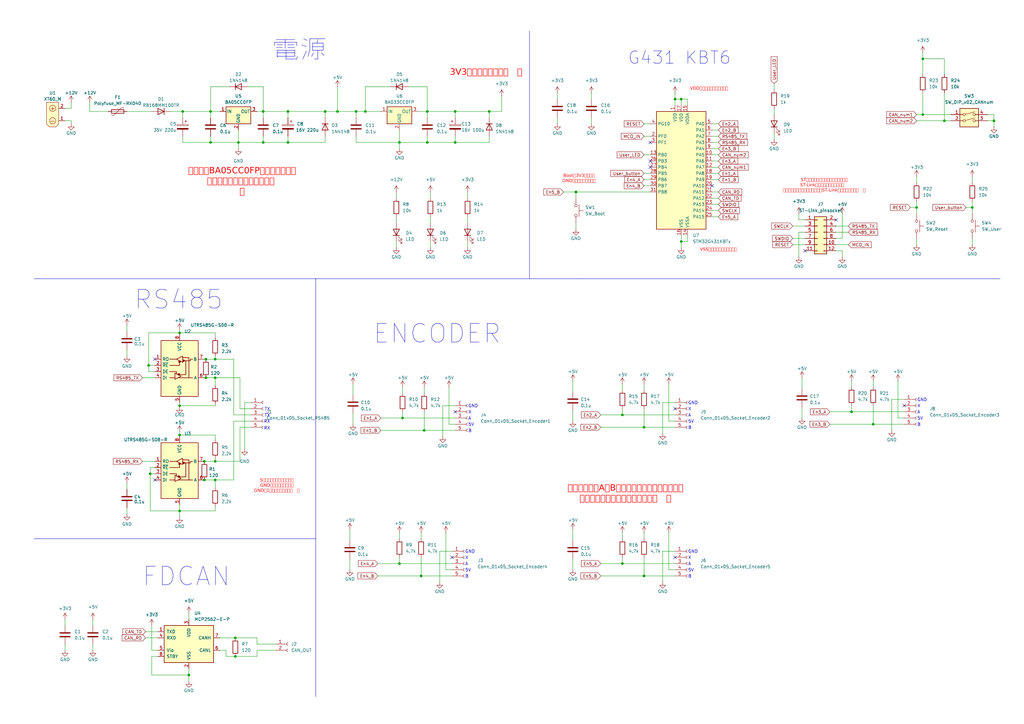
<source format=kicad_sch>
(kicad_sch (version 20250114) (generator "eeschema") (generator_version "9.0")
  (paper "A3")
  (text "X\n" (at 282.194 229.616 0) (effects (font (size 1.27 1.27)) (justify left bottom)))
  (text "5V\n" (at 282.194 234.696 0) (effects (font (size 1.27 1.27)) (justify left bottom)))
  (text "GND\n" (at 192.024 167.386 0) (effects (font (size 1.27 1.27)) (justify left bottom)))
  (text "Bootを3V3接続から\nGND接続に変更しました" (at 237.49 73.66 0) (effects (font (size 1.27 1.27))))
  (text "A\n" (at 282.194 171.196 0) (effects (font (size 1.27 1.27)) (justify left bottom)))
  (text "STのチップマイコンを使用する場合は\nST-Linkコネクタを載せましょう　\nここにピンソケットをつけて線でST-Linkのボードにつなぐ　済" (at 338.074 76.454 0) (effects (font (size 1.27 1.27))))
  (text "5V\n" (at 282.194 173.736 0) (effects (font (size 1.27 1.27)) (justify left bottom)))
  (text "B\n" (at 192.024 177.546 0) (effects (font (size 1.27 1.27)) (justify left bottom)))
  (text "ENCODER" (at 152.908 141.478 0) (effects (font (size 7.62 7.62)) (justify left bottom)))
  (text "電源" (at 111.76 25.4 0) (effects (font (size 7.62 7.62)) (justify left bottom)))
  (text "B\n" (at 282.194 237.236 0) (effects (font (size 1.27 1.27)) (justify left bottom)))
  (text "X\n" (at 190.754 229.616 0) (effects (font (size 1.27 1.27)) (justify left bottom)))
  (text "発熱敵にBA05CC0FPで耐えることが\n判明したので変更しましょう \n済" (at 99.314 75.184 0) (effects (font (size 2.54 2.54))))
  (text "B\n" (at 376.174 175.006 0) (effects (font (size 1.27 1.27)) (justify left bottom)))
  (text "エンコーダのA相B相はプルアップしてください\n抵抗値、電源電圧は合っています　済" (at 256.54 203.2 0) (effects (font (size 2.54 2.54))))
  (text "GND\n" (at 282.194 166.116 0) (effects (font (size 1.27 1.27)) (justify left bottom)))
  (text "GND\n" (at 190.754 227.076 0) (effects (font (size 1.27 1.27)) (justify left bottom)))
  (text "VSSも全てに接続しましょう" (at 294.64 102.87 0) (effects (font (size 1.27 1.27))))
  (text "X\n" (at 282.194 168.656 0) (effects (font (size 1.27 1.27)) (justify left bottom)))
  (text "VDDは全てに接続しましょう" (at 290.83 36.83 0) (effects (font (size 1.27 1.27))))
  (text "TX" (at 108.458 171.196 0) (effects (font (size 1.27 1.27)) (justify left bottom)))
  (text "A\n" (at 282.194 232.156 0) (effects (font (size 1.27 1.27)) (justify left bottom)))
  (text "FDCAN" (at 58.166 241.046 0) (effects (font (size 7.62 7.62)) (justify left bottom)))
  (text "RX" (at 108.204 176.53 0) (effects (font (size 1.27 1.27)) (justify left bottom)))
  (text "5ピンのコネクタに変更して\nGNDを追加してください\nGNDは1ピンとしてください　済" (at 113.538 199.644 0) (effects (font (size 1.27 1.27))))
  (text "5V\n" (at 192.024 175.006 0) (effects (font (size 1.27 1.27)) (justify left bottom)))
  (text "RS485\n" (at 54.864 127.508 0) (effects (font (size 7.62 7.62)) (justify left bottom)))
  (text "A\n" (at 190.754 232.156 0) (effects (font (size 1.27 1.27)) (justify left bottom)))
  (text "TX" (at 108.458 168.656 0) (effects (font (size 1.27 1.27)) (justify left bottom)))
  (text "A\n" (at 192.024 172.466 0) (effects (font (size 1.27 1.27)) (justify left bottom)))
  (text "5V\n" (at 190.754 234.696 0) (effects (font (size 1.27 1.27)) (justify left bottom)))
  (text "5V\n" (at 376.174 172.466 0) (effects (font (size 1.27 1.27)) (justify left bottom)))
  (text "X\n" (at 192.024 169.926 0) (effects (font (size 1.27 1.27)) (justify left bottom)))
  (text "B\n" (at 190.754 237.236 0) (effects (font (size 1.27 1.27)) (justify left bottom)))
  (text "G431 KBT6\n" (at 278.638 23.876 0) (effects (font (size 5.08 5.08))))
  (text "GND\n" (at 282.194 227.076 0) (effects (font (size 1.27 1.27)) (justify left bottom)))
  (text "RX" (at 108.204 173.736 0) (effects (font (size 1.27 1.27)) (justify left bottom)))
  (text "A\n" (at 376.174 169.926 0) (effects (font (size 1.27 1.27)) (justify left bottom)))
  (text "GND\n" (at 376.174 164.846 0) (effects (font (size 1.27 1.27)) (justify left bottom)))
  (text "3V3に統一しましょう　済" (at 199.39 30.48 0) (effects (font (size 2.54 2.54))))
  (text "X\n" (at 376.174 167.386 0) (effects (font (size 1.27 1.27)) (justify left bottom)))
  (text "B\n" (at 282.194 176.276 0) (effects (font (size 1.27 1.27)) (justify left bottom)))
  (junction (at 165.1 171.45))
  (junction (at 73.66 166.37))
  (junction (at 96.52 261.62))
  (junction (at 86.36 45.72))
  (junction (at 97.79 58.42))
  (junction (at 88.265 154.94))
  (junction (at 264.16 236.22))
  (junction (at 175.26 58.42))
  (junction (at 84.455 154.94))
  (junction (at 74.93 45.72))
  (junction (at 73.66 136.525))
  (junction (at 200.66 45.72))
  (junction (at 276.86 40.64))
  (junction (at 175.26 45.72))
  (junction (at 255.27 231.14))
  (junction (at 378.46 24.13))
  (junction (at 186.69 45.72))
  (junction (at 255.27 170.18))
  (junction (at 77.47 276.86))
  (junction (at 279.4 99.06))
  (junction (at 73.66 178.435))
  (junction (at 146.05 45.72))
  (junction (at 378.46 46.99))
  (junction (at 83.82 196.85))
  (junction (at 407.67 49.53))
  (junction (at 138.43 45.72))
  (junction (at 107.95 58.42))
  (junction (at 73.66 209.55))
  (junction (at 186.69 58.42))
  (junction (at 358.14 173.99))
  (junction (at 60.96 149.86))
  (junction (at 61.595 194.31))
  (junction (at 375.92 85.09))
  (junction (at 96.52 269.24))
  (junction (at 173.99 176.53))
  (junction (at 118.11 58.42))
  (junction (at 398.78 85.09))
  (junction (at 107.95 45.72))
  (junction (at 163.83 231.14))
  (junction (at 387.35 49.53))
  (junction (at 133.35 45.72))
  (junction (at 349.25 168.91))
  (junction (at 88.265 147.32))
  (junction (at 149.86 45.72))
  (junction (at 86.36 58.42))
  (junction (at 84.455 147.32))
  (junction (at 83.82 189.23))
  (junction (at 236.22 78.74))
  (junction (at 172.72 236.22))
  (junction (at 264.16 175.26))
  (junction (at 163.83 58.42))
  (junction (at 88.265 196.85))
  (junction (at 88.265 189.23))
  (junction (at 118.11 45.72))
  (junction (at 279.4 40.64))
  (no_connect (at 330.2 102.87))
  (no_connect (at 292.1 76.2))
  (no_connect (at 276.86 228.6))
  (no_connect (at 266.7 66.04))
  (no_connect (at 63.5 196.85))
  (no_connect (at 185.42 228.6))
  (no_connect (at 186.69 168.91))
  (no_connect (at 276.86 167.64))
  (no_connect (at 370.84 166.37))
  (no_connect (at 342.9 90.17))
  (no_connect (at 63.5 147.32))
  (no_connect (at 266.7 68.58))
  (no_connect (at 266.7 58.42))
  (wire (pts (xy 264.16 50.8) (xy 266.7 50.8)))
  (wire (pts (xy 279.4 40.64) (xy 281.94 40.64)))
  (wire (pts (xy 143.51 229.235) (xy 143.51 233.68)))
  (polyline (pts (xy 217.17 12.7) (xy 217.17 114.3)))
  (wire (pts (xy 264.16 76.2) (xy 266.7 76.2)))
  (wire (pts (xy 146.05 45.72) (xy 146.05 48.26)))
  (wire (pts (xy 228.6 38.1) (xy 228.6 40.64)))
  (wire (pts (xy 236.22 78.74) (xy 236.22 81.28)))
  (wire (pts (xy 162.56 99.06) (xy 162.56 101.6)))
  (wire (pts (xy 205.74 45.72) (xy 200.66 45.72)))
  (wire (pts (xy 365.76 176.53) (xy 365.76 163.83)))
  (wire (pts (xy 29.21 49.53) (xy 29.21 50.8)))
  (wire (pts (xy 73.66 207.01) (xy 73.66 209.55)))
  (wire (pts (xy 246.38 170.18) (xy 255.27 170.18)))
  (wire (pts (xy 63.5 191.77) (xy 61.595 191.77)))
  (wire (pts (xy 69.85 45.72) (xy 74.93 45.72)))
  (wire (pts (xy 387.35 49.53) (xy 389.89 49.53)))
  (wire (pts (xy 405.13 49.53) (xy 407.67 49.53)))
  (wire (pts (xy 398.78 97.79) (xy 398.78 100.33)))
  (wire (pts (xy 184.15 173.99) (xy 186.69 173.99)))
  (polyline (pts (xy 129.54 114.3) (xy 129.54 285.75)))
  (wire (pts (xy 96.52 261.62) (xy 105.41 261.62)))
  (wire (pts (xy 173.99 158.75) (xy 173.99 161.29)))
  (wire (pts (xy 200.66 55.88) (xy 200.66 58.42)))
  (wire (pts (xy 144.78 169.545) (xy 144.78 173.99)))
  (wire (pts (xy 274.32 157.48) (xy 274.32 172.72)))
  (wire (pts (xy 60.96 149.86) (xy 60.96 136.525)))
  (wire (pts (xy 38.1 264.16) (xy 38.1 266.7)))
  (wire (pts (xy 86.36 45.72) (xy 90.17 45.72)))
  (wire (pts (xy 255.27 231.14) (xy 276.86 231.14)))
  (wire (pts (xy 378.46 38.1) (xy 378.46 46.99)))
  (wire (pts (xy 138.43 45.72) (xy 146.05 45.72)))
  (wire (pts (xy 133.35 45.72) (xy 138.43 45.72)))
  (wire (pts (xy 52.07 198.12) (xy 52.07 200.66)))
  (wire (pts (xy 325.12 92.71) (xy 330.2 92.71)))
  (wire (pts (xy 74.93 45.72) (xy 74.93 48.26)))
  (wire (pts (xy 205.74 39.37) (xy 205.74 45.72)))
  (wire (pts (xy 368.3 171.45) (xy 370.84 171.45)))
  (wire (pts (xy 279.4 40.64) (xy 279.4 43.18)))
  (wire (pts (xy 274.32 233.68) (xy 276.86 233.68)))
  (wire (pts (xy 88.265 196.85) (xy 88.265 200.025)))
  (wire (pts (xy 154.94 231.14) (xy 163.83 231.14)))
  (wire (pts (xy 88.265 147.32) (xy 95.885 147.32)))
  (wire (pts (xy 368.3 156.21) (xy 368.3 171.45)))
  (wire (pts (xy 340.36 173.99) (xy 358.14 173.99)))
  (wire (pts (xy 105.41 264.16) (xy 105.41 261.62)))
  (wire (pts (xy 86.36 35.56) (xy 86.36 45.72)))
  (wire (pts (xy 143.51 217.17) (xy 143.51 221.615)))
  (wire (pts (xy 60.96 149.86) (xy 60.96 152.4)))
  (wire (pts (xy 98.425 175.26) (xy 102.87 175.26)))
  (wire (pts (xy 173.99 176.53) (xy 186.69 176.53)))
  (wire (pts (xy 146.05 45.72) (xy 149.86 45.72)))
  (wire (pts (xy 375.92 49.53) (xy 387.35 49.53)))
  (wire (pts (xy 191.77 78.74) (xy 191.77 81.28)))
  (wire (pts (xy 398.78 85.09) (xy 398.78 87.63)))
  (wire (pts (xy 327.66 87.63) (xy 327.66 90.17)))
  (wire (pts (xy 92.71 269.24) (xy 92.71 266.7)))
  (wire (pts (xy 292.1 83.82) (xy 294.64 83.82)))
  (wire (pts (xy 276.86 40.64) (xy 279.4 40.64)))
  (wire (pts (xy 84.455 147.32) (xy 83.82 147.32)))
  (wire (pts (xy 26.67 44.45) (xy 29.21 44.45)))
  (wire (pts (xy 264.16 228.6) (xy 264.16 236.22)))
  (wire (pts (xy 405.13 46.99) (xy 407.67 46.99)))
  (wire (pts (xy 182.88 233.68) (xy 185.42 233.68)))
  (wire (pts (xy 52.07 208.28) (xy 52.07 210.82)))
  (wire (pts (xy 398.78 72.39) (xy 398.78 74.93)))
  (wire (pts (xy 88.265 178.435) (xy 88.265 180.34)))
  (wire (pts (xy 29.21 44.45) (xy 29.21 41.91)))
  (wire (pts (xy 186.69 166.37) (xy 181.61 166.37)))
  (wire (pts (xy 345.44 87.63) (xy 345.44 97.79)))
  (wire (pts (xy 175.26 55.88) (xy 175.26 58.42)))
  (wire (pts (xy 375.92 72.39) (xy 375.92 74.93)))
  (wire (pts (xy 255.27 170.18) (xy 276.86 170.18)))
  (wire (pts (xy 349.25 166.37) (xy 349.25 168.91)))
  (wire (pts (xy 236.22 91.44) (xy 236.22 93.98)))
  (wire (pts (xy 172.72 236.22) (xy 185.42 236.22)))
  (wire (pts (xy 271.78 165.1) (xy 271.78 177.8)))
  (polyline (pts (xy 13.97 220.98) (xy 129.54 220.98)))
  (wire (pts (xy 107.95 45.72) (xy 118.11 45.72)))
  (wire (pts (xy 88.265 154.94) (xy 98.425 154.94)))
  (wire (pts (xy 264.16 157.48) (xy 264.16 160.02)))
  (wire (pts (xy 175.26 58.42) (xy 186.69 58.42)))
  (wire (pts (xy 92.71 266.7) (xy 90.17 266.7)))
  (wire (pts (xy 274.32 218.44) (xy 274.32 233.68)))
  (wire (pts (xy 292.1 60.96) (xy 294.64 60.96)))
  (wire (pts (xy 281.94 96.52) (xy 281.94 99.06)))
  (wire (pts (xy 292.1 88.9) (xy 294.64 88.9)))
  (wire (pts (xy 176.53 99.06) (xy 176.53 101.6)))
  (wire (pts (xy 349.25 156.21) (xy 349.25 158.75)))
  (wire (pts (xy 327.66 90.17) (xy 330.2 90.17)))
  (wire (pts (xy 292.1 58.42) (xy 294.64 58.42)))
  (polyline (pts (xy 238.76 114.3) (xy 410.21 114.3)))
  (wire (pts (xy 73.66 209.55) (xy 73.66 212.09)))
  (wire (pts (xy 73.66 167.005) (xy 73.66 166.37)))
  (wire (pts (xy 88.265 154.94) (xy 88.265 158.115)))
  (wire (pts (xy 175.26 45.72) (xy 186.69 45.72)))
  (wire (pts (xy 246.38 175.26) (xy 264.16 175.26)))
  (wire (pts (xy 365.76 163.83) (xy 370.84 163.83)))
  (wire (pts (xy 407.67 49.53) (xy 407.67 52.07)))
  (wire (pts (xy 84.455 147.32) (xy 88.265 147.32)))
  (wire (pts (xy 255.27 228.6) (xy 255.27 231.14)))
  (wire (pts (xy 186.69 45.72) (xy 200.66 45.72)))
  (wire (pts (xy 246.38 231.14) (xy 255.27 231.14)))
  (wire (pts (xy 149.86 45.72) (xy 156.21 45.72)))
  (wire (pts (xy 118.11 58.42) (xy 133.35 58.42)))
  (wire (pts (xy 118.11 45.72) (xy 133.35 45.72)))
  (wire (pts (xy 163.83 53.34) (xy 163.83 58.42)))
  (wire (pts (xy 191.77 88.9) (xy 191.77 91.44)))
  (wire (pts (xy 63.5 194.31) (xy 61.595 194.31)))
  (wire (pts (xy 358.14 166.37) (xy 358.14 173.99)))
  (wire (pts (xy 345.44 102.87) (xy 345.44 105.41)))
  (wire (pts (xy 88.265 166.37) (xy 73.66 166.37)))
  (wire (pts (xy 292.1 78.74) (xy 294.64 78.74)))
  (wire (pts (xy 138.43 35.56) (xy 138.43 45.72)))
  (wire (pts (xy 118.11 45.72) (xy 118.11 48.26)))
  (wire (pts (xy 58.42 154.94) (xy 63.5 154.94)))
  (wire (pts (xy 86.36 58.42) (xy 97.79 58.42)))
  (wire (pts (xy 60.96 136.525) (xy 73.66 136.525)))
  (wire (pts (xy 83.82 189.23) (xy 88.265 189.23)))
  (wire (pts (xy 375.92 97.79) (xy 375.92 100.33)))
  (wire (pts (xy 274.32 172.72) (xy 276.86 172.72)))
  (wire (pts (xy 242.57 48.26) (xy 242.57 50.8)))
  (wire (pts (xy 52.07 133.35) (xy 52.07 135.89)))
  (wire (pts (xy 276.86 40.64) (xy 276.86 43.18)))
  (wire (pts (xy 342.9 100.33) (xy 347.98 100.33)))
  (wire (pts (xy 292.1 73.66) (xy 294.64 73.66)))
  (wire (pts (xy 317.5 34.29) (xy 317.5 36.83)))
  (wire (pts (xy 345.44 97.79) (xy 342.9 97.79)))
  (wire (pts (xy 60.96 152.4) (xy 63.5 152.4)))
  (wire (pts (xy 156.21 171.45) (xy 165.1 171.45)))
  (wire (pts (xy 264.16 218.44) (xy 264.16 220.98)))
  (wire (pts (xy 58.42 189.23) (xy 63.5 189.23)))
  (wire (pts (xy 184.15 158.75) (xy 184.15 173.99)))
  (wire (pts (xy 176.53 88.9) (xy 176.53 91.44)))
  (wire (pts (xy 88.265 209.55) (xy 73.66 209.55)))
  (wire (pts (xy 97.79 58.42) (xy 97.79 60.96)))
  (wire (pts (xy 396.24 85.09) (xy 398.78 85.09)))
  (wire (pts (xy 378.46 46.99) (xy 389.89 46.99)))
  (wire (pts (xy 317.5 54.61) (xy 317.5 57.15)))
  (wire (pts (xy 77.47 274.32) (xy 77.47 276.86)))
  (wire (pts (xy 327.66 105.41) (xy 327.66 95.25)))
  (wire (pts (xy 98.425 175.26) (xy 98.425 189.23)))
  (wire (pts (xy 387.35 30.48) (xy 387.35 24.13)))
  (wire (pts (xy 281.94 43.18) (xy 281.94 40.64)))
  (wire (pts (xy 61.595 209.55) (xy 73.66 209.55)))
  (wire (pts (xy 358.14 173.99) (xy 370.84 173.99)))
  (wire (pts (xy 95.885 196.85) (xy 95.885 172.72)))
  (wire (pts (xy 36.83 41.91) (xy 36.83 45.72)))
  (wire (pts (xy 83.82 196.85) (xy 88.265 196.85)))
  (wire (pts (xy 97.79 58.42) (xy 107.95 58.42)))
  (wire (pts (xy 73.66 135.255) (xy 73.66 136.525)))
  (wire (pts (xy 149.86 35.56) (xy 149.86 45.72)))
  (wire (pts (xy 234.95 229.235) (xy 234.95 233.68)))
  (wire (pts (xy 165.1 171.45) (xy 186.69 171.45)))
  (wire (pts (xy 175.26 35.56) (xy 175.26 45.72)))
  (wire (pts (xy 191.77 99.06) (xy 191.77 101.6)))
  (wire (pts (xy 92.71 269.24) (xy 96.52 269.24)))
  (wire (pts (xy 172.72 218.44) (xy 172.72 220.98)))
  (wire (pts (xy 228.6 48.26) (xy 228.6 50.8)))
  (wire (pts (xy 100.33 165.1) (xy 100.33 184.15)))
  (wire (pts (xy 181.61 166.37) (xy 181.61 179.07)))
  (wire (pts (xy 133.35 48.26) (xy 133.35 45.72)))
  (wire (pts (xy 154.94 236.22) (xy 172.72 236.22)))
  (wire (pts (xy 162.56 78.74) (xy 162.56 81.28)))
  (wire (pts (xy 342.9 92.71) (xy 347.98 92.71)))
  (wire (pts (xy 264.16 167.64) (xy 264.16 175.26)))
  (wire (pts (xy 264.16 236.22) (xy 276.86 236.22)))
  (wire (pts (xy 373.38 85.09) (xy 375.92 85.09)))
  (wire (pts (xy 59.69 261.62) (xy 64.77 261.62)))
  (wire (pts (xy 61.595 194.31) (xy 61.595 209.55)))
  (wire (pts (xy 88.265 146.05) (xy 88.265 147.32)))
  (wire (pts (xy 234.95 156.21) (xy 234.95 160.655)))
  (wire (pts (xy 264.16 73.66) (xy 266.7 73.66)))
  (wire (pts (xy 98.425 167.64) (xy 102.87 167.64)))
  (wire (pts (xy 59.69 259.08) (xy 64.77 259.08)))
  (wire (pts (xy 292.1 81.28) (xy 294.64 81.28)))
  (wire (pts (xy 167.64 35.56) (xy 175.26 35.56)))
  (wire (pts (xy 90.17 261.62) (xy 96.52 261.62)))
  (wire (pts (xy 95.885 172.72) (xy 102.87 172.72)))
  (wire (pts (xy 107.95 58.42) (xy 118.11 58.42)))
  (wire (pts (xy 107.95 45.72) (xy 107.95 48.26)))
  (wire (pts (xy 292.1 68.58) (xy 294.64 68.58)))
  (polyline (pts (xy 13.97 114.3) (xy 238.76 114.3)))
  (wire (pts (xy 62.23 276.86) (xy 77.47 276.86)))
  (wire (pts (xy 186.69 58.42) (xy 200.66 58.42)))
  (wire (pts (xy 292.1 66.04) (xy 294.64 66.04)))
  (wire (pts (xy 387.35 38.1) (xy 387.35 49.53)))
  (wire (pts (xy 156.21 176.53) (xy 173.99 176.53)))
  (wire (pts (xy 186.69 45.72) (xy 186.69 48.26)))
  (wire (pts (xy 182.88 218.44) (xy 182.88 233.68)))
  (wire (pts (xy 255.27 157.48) (xy 255.27 160.02)))
  (wire (pts (xy 165.1 168.91) (xy 165.1 171.45)))
  (wire (pts (xy 342.9 102.87) (xy 345.44 102.87)))
  (wire (pts (xy 163.83 58.42) (xy 175.26 58.42)))
  (wire (pts (xy 98.425 154.94) (xy 98.425 167.64)))
  (wire (pts (xy 292.1 86.36) (xy 294.64 86.36)))
  (wire (pts (xy 113.03 266.7) (xy 105.41 266.7)))
  (wire (pts (xy 162.56 88.9) (xy 162.56 91.44)))
  (wire (pts (xy 133.35 58.42) (xy 133.35 55.88)))
  (wire (pts (xy 160.02 35.56) (xy 149.86 35.56)))
  (wire (pts (xy 105.41 266.7) (xy 105.41 269.24)))
  (wire (pts (xy 271.78 226.06) (xy 271.78 238.76)))
  (wire (pts (xy 378.46 24.13) (xy 378.46 30.48)))
  (wire (pts (xy 375.92 85.09) (xy 375.92 87.63)))
  (wire (pts (xy 358.14 156.21) (xy 358.14 158.75)))
  (wire (pts (xy 105.41 45.72) (xy 107.95 45.72)))
  (wire (pts (xy 176.53 78.74) (xy 176.53 81.28)))
  (wire (pts (xy 328.93 154.94) (xy 328.93 159.385)))
  (wire (pts (xy 88.265 196.85) (xy 95.885 196.85)))
  (wire (pts (xy 255.27 167.64) (xy 255.27 170.18)))
  (wire (pts (xy 342.9 95.25) (xy 347.98 95.25)))
  (wire (pts (xy 26.67 264.16) (xy 26.67 266.7)))
  (wire (pts (xy 234.95 168.275) (xy 234.95 172.72)))
  (wire (pts (xy 86.36 45.72) (xy 86.36 48.26)))
  (wire (pts (xy 328.93 167.005) (xy 328.93 171.45)))
  (wire (pts (xy 73.66 165.1) (xy 73.66 166.37)))
  (wire (pts (xy 276.86 165.1) (xy 271.78 165.1)))
  (wire (pts (xy 36.83 45.72) (xy 44.45 45.72)))
  (wire (pts (xy 163.83 58.42) (xy 163.83 60.96)))
  (wire (pts (xy 279.4 99.06) (xy 279.4 101.6)))
  (wire (pts (xy 62.23 269.24) (xy 62.23 276.86)))
  (wire (pts (xy 200.66 45.72) (xy 200.66 48.26)))
  (wire (pts (xy 163.83 231.14) (xy 185.42 231.14)))
  (wire (pts (xy 173.99 168.91) (xy 173.99 176.53)))
  (wire (pts (xy 327.66 95.25) (xy 330.2 95.25)))
  (wire (pts (xy 84.455 154.94) (xy 83.82 154.94)))
  (wire (pts (xy 292.1 50.8) (xy 294.64 50.8)))
  (wire (pts (xy 292.1 63.5) (xy 294.64 63.5)))
  (wire (pts (xy 113.03 264.16) (xy 105.41 264.16)))
  (wire (pts (xy 88.265 178.435) (xy 73.66 178.435)))
  (wire (pts (xy 387.35 24.13) (xy 378.46 24.13)))
  (wire (pts (xy 96.52 269.24) (xy 105.41 269.24)))
  (wire (pts (xy 146.05 55.88) (xy 146.05 58.42)))
  (wire (pts (xy 52.07 45.72) (xy 62.23 45.72)))
  (wire (pts (xy 88.265 207.645) (xy 88.265 209.55)))
  (wire (pts (xy 292.1 53.34) (xy 294.64 53.34)))
  (wire (pts (xy 52.07 143.51) (xy 52.07 146.05)))
  (wire (pts (xy 73.66 136.525) (xy 73.66 137.16)))
  (wire (pts (xy 398.78 82.55) (xy 398.78 85.09)))
  (wire (pts (xy 26.67 254) (xy 26.67 256.54)))
  (wire (pts (xy 88.265 165.735) (xy 88.265 166.37)))
  (wire (pts (xy 84.455 154.94) (xy 88.265 154.94)))
  (wire (pts (xy 165.1 158.75) (xy 165.1 161.29)))
  (wire (pts (xy 407.67 46.99) (xy 407.67 49.53)))
  (wire (pts (xy 77.47 251.46) (xy 77.47 254)))
  (wire (pts (xy 62.23 269.24) (xy 64.77 269.24)))
  (wire (pts (xy 325.12 97.79) (xy 330.2 97.79)))
  (wire (pts (xy 279.4 96.52) (xy 279.4 99.06)))
  (wire (pts (xy 175.26 45.72) (xy 175.26 48.26)))
  (wire (pts (xy 242.57 38.1) (xy 242.57 40.64)))
  (wire (pts (xy 180.34 226.06) (xy 180.34 238.76)))
  (wire (pts (xy 88.265 136.525) (xy 88.265 138.43)))
  (wire (pts (xy 60.96 149.86) (xy 63.5 149.86)))
  (wire (pts (xy 236.22 78.74) (xy 266.7 78.74)))
  (wire (pts (xy 93.98 35.56) (xy 86.36 35.56)))
  (wire (pts (xy 74.93 58.42) (xy 74.93 55.88)))
  (wire (pts (xy 146.05 58.42) (xy 163.83 58.42)))
  (wire (pts (xy 276.86 38.1) (xy 276.86 40.64)))
  (wire (pts (xy 118.11 55.88) (xy 118.11 58.42)))
  (wire (pts (xy 62.23 266.7) (xy 64.77 266.7)))
  (wire (pts (xy 186.69 55.88) (xy 186.69 58.42)))
  (wire (pts (xy 349.25 168.91) (xy 370.84 168.91)))
  (wire (pts (xy 102.87 165.1) (xy 100.33 165.1)))
  (wire (pts (xy 231.14 78.74) (xy 236.22 78.74)))
  (wire (pts (xy 74.93 58.42) (xy 86.36 58.42)))
  (wire (pts (xy 234.95 217.17) (xy 234.95 221.615)))
  (wire (pts (xy 95.885 170.18) (xy 102.87 170.18)))
  (wire (pts (xy 26.67 49.53) (xy 29.21 49.53)))
  (wire (pts (xy 264.16 175.26) (xy 276.86 175.26)))
  (wire (pts (xy 88.265 187.96) (xy 88.265 189.23)))
  (wire (pts (xy 317.5 44.45) (xy 317.5 46.99)))
  (wire (pts (xy 38.1 254) (xy 38.1 256.54)))
  (wire (pts (xy 172.72 228.6) (xy 172.72 236.22)))
  (wire (pts (xy 375.92 82.55) (xy 375.92 85.09)))
  (wire (pts (xy 163.83 228.6) (xy 163.83 231.14)))
  (wire (pts (xy 325.12 100.33) (xy 330.2 100.33)))
  (wire (pts (xy 279.4 99.06) (xy 281.94 99.06)))
  (wire (pts (xy 86.36 55.88) (xy 86.36 58.42)))
  (wire (pts (xy 101.6 35.56) (xy 107.95 35.56)))
  (wire (pts (xy 264.16 63.5) (xy 266.7 63.5)))
  (wire (pts (xy 73.66 178.435) (xy 73.66 179.07)))
  (wire (pts (xy 77.47 279.4) (xy 77.47 276.86)))
  (wire (pts (xy 144.78 157.48) (xy 144.78 161.925)))
  (wire (pts (xy 95.885 147.32) (xy 95.885 170.18)))
  (wire (pts (xy 255.27 218.44) (xy 255.27 220.98)))
  (wire (pts (xy 171.45 45.72) (xy 175.26 45.72)))
  (wire (pts (xy 97.79 53.34) (xy 97.79 58.42)))
  (wire (pts (xy 292.1 71.12) (xy 294.64 71.12)))
  (wire (pts (xy 74.93 45.72) (xy 86.36 45.72)))
  (wire (pts (xy 340.36 168.91) (xy 349.25 168.91)))
  (wire (pts (xy 73.66 178.435) (xy 73.66 177.165)))
  (wire (pts (xy 375.92 46.99) (xy 378.46 46.99)))
  (wire (pts (xy 107.95 35.56) (xy 107.95 45.72)))
  (wire (pts (xy 246.38 236.22) (xy 264.16 236.22)))
  (wire (pts (xy 378.46 21.59) (xy 378.46 24.13)))
  (wire (pts (xy 276.86 226.06) (xy 271.78 226.06)))
  (wire (pts (xy 264.16 55.88) (xy 266.7 55.88)))
  (wire (pts (xy 73.66 136.525) (xy 88.265 136.525)))
  (wire (pts (xy 88.265 189.23) (xy 98.425 189.23)))
  (wire (pts (xy 62.23 256.54) (xy 62.23 266.7)))
  (wire (pts (xy 292.1 55.88) (xy 294.64 55.88)))
  (wire (pts (xy 264.16 71.12) (xy 266.7 71.12)))
  (wire (pts (xy 163.83 218.44) (xy 163.83 220.98)))
  (wire (pts (xy 107.95 55.88) (xy 107.95 58.42)))
  (wire (pts (xy 61.595 191.77) (xy 61.595 194.31)))
  (wire (pts (xy 185.42 226.06) (xy 180.34 226.06)))
  (global_label "En4_A" (shape input) (at 264.16 73.66 180) (property "Intersheetrefs" "${INTERSHEET_REFS}" (effects (hide yes))))
  (global_label "En3_A" (shape input) (at 340.36 168.91 180) (property "Intersheetrefs" "${INTERSHEET_REFS}" (effects (hide yes))))
  (global_label "CAN_RD" (shape input) (at 59.69 261.62 180) (property "Intersheetrefs" "${INTERSHEET_REFS}" (effects (hide yes))))
  (global_label "RS485_TX" (shape input) (at 347.98 92.71 0) (property "Intersheetrefs" "${INTERSHEET_REFS}" (effects (hide yes))))
  (global_label "CAN_RD" (shape input) (at 294.64 78.74 0) (property "Intersheetrefs" "${INTERSHEET_REFS}" (effects (hide yes))))
  (global_label "En5_A" (shape input) (at 246.38 231.14 180) (property "Intersheetrefs" "${INTERSHEET_REFS}" (effects (hide yes))))
  (global_label "User_button" (shape input) (at 396.24 85.09 180) (property "Intersheetrefs" "${INTERSHEET_REFS}" (effects (hide yes))))
  (global_label "RS485_RX" (shape input) (at 347.98 95.25 0) (property "Intersheetrefs" "${INTERSHEET_REFS}" (effects (hide yes))))
  (global_label "En3_B" (shape input) (at 294.64 60.96 0) (property "Intersheetrefs" "${INTERSHEET_REFS}" (effects (hide yes))))
  (global_label "User_LED" (shape input) (at 264.16 63.5 180) (property "Intersheetrefs" "${INTERSHEET_REFS}" (effects (hide yes))))
  (global_label "RS485_RX" (shape input) (at 58.42 189.23 180) (property "Intersheetrefs" "${INTERSHEET_REFS}" (effects (hide yes))))
  (global_label "CAN_num2" (shape input) (at 375.92 49.53 180) (property "Intersheetrefs" "${INTERSHEET_REFS}" (effects (hide yes))))
  (global_label "RS485_TX" (shape input) (at 58.42 154.94 180) (property "Intersheetrefs" "${INTERSHEET_REFS}" (effects (hide yes))))
  (global_label "En2_A" (shape input) (at 294.64 50.8 0) (property "Intersheetrefs" "${INTERSHEET_REFS}" (effects (hide yes))))
  (global_label "En1_A" (shape input) (at 156.21 171.45 180) (property "Intersheetrefs" "${INTERSHEET_REFS}" (effects (hide yes))))
  (global_label "En1_B" (shape input) (at 156.21 176.53 180) (property "Intersheetrefs" "${INTERSHEET_REFS}" (effects (hide yes))))
  (global_label "En2_B" (shape input) (at 294.64 53.34 0) (property "Intersheetrefs" "${INTERSHEET_REFS}" (effects (hide yes))))
  (global_label "CAN_num1" (shape input) (at 375.92 46.99 180) (property "Intersheetrefs" "${INTERSHEET_REFS}" (effects (hide yes))))
  (global_label "RS485_RX" (shape input) (at 294.64 58.42 0) (property "Intersheetrefs" "${INTERSHEET_REFS}" (effects (hide yes))))
  (global_label "En5_B" (shape input) (at 246.38 236.22 180) (property "Intersheetrefs" "${INTERSHEET_REFS}" (effects (hide yes))))
  (global_label "En5_A" (shape input) (at 294.64 88.9 0) (property "Intersheetrefs" "${INTERSHEET_REFS}" (effects (hide yes))))
  (global_label "En1_B" (shape input) (at 294.64 73.66 0) (property "Intersheetrefs" "${INTERSHEET_REFS}" (effects (hide yes))))
  (global_label "CAN_num1" (shape input) (at 294.64 68.58 0) (property "Intersheetrefs" "${INTERSHEET_REFS}" (effects (hide yes))))
  (global_label "RESET" (shape input) (at 325.12 100.33 180) (property "Intersheetrefs" "${INTERSHEET_REFS}" (effects (hide yes))))
  (global_label "SWDIO" (shape input) (at 294.64 83.82 0) (property "Intersheetrefs" "${INTERSHEET_REFS}" (effects (hide yes))))
  (global_label "En3_A" (shape input) (at 294.64 66.04 0) (property "Intersheetrefs" "${INTERSHEET_REFS}" (effects (hide yes))))
  (global_label "CAN_TD" (shape input) (at 294.64 81.28 0) (property "Intersheetrefs" "${INTERSHEET_REFS}" (effects (hide yes))))
  (global_label "User_LED" (shape input) (at 317.5 34.29 90) (property "Intersheetrefs" "${INTERSHEET_REFS}" (effects (hide yes))))
  (global_label "En4_B" (shape input) (at 264.16 76.2 180) (property "Intersheetrefs" "${INTERSHEET_REFS}" (effects (hide yes))))
  (global_label "MCO_IN" (shape input) (at 347.98 100.33 0) (property "Intersheetrefs" "${INTERSHEET_REFS}" (effects (hide yes))))
  (global_label "En1_A" (shape input) (at 294.64 71.12 0) (property "Intersheetrefs" "${INTERSHEET_REFS}" (effects (hide yes))))
  (global_label "En4_B" (shape input) (at 154.94 236.22 180) (property "Intersheetrefs" "${INTERSHEET_REFS}" (effects (hide yes))))
  (global_label "En2_B" (shape input) (at 246.38 175.26 180) (property "Intersheetrefs" "${INTERSHEET_REFS}" (effects (hide yes))))
  (global_label "RS485_TX" (shape input) (at 294.64 55.88 0) (property "Intersheetrefs" "${INTERSHEET_REFS}" (effects (hide yes))))
  (global_label "RESET" (shape input) (at 373.38 85.09 180) (property "Intersheetrefs" "${INTERSHEET_REFS}" (effects (hide yes))))
  (global_label "SWCLK" (shape input) (at 325.12 92.71 180) (property "Intersheetrefs" "${INTERSHEET_REFS}" (effects (hide yes))))
  (global_label "CAN_num2" (shape input) (at 294.64 63.5 0) (property "Intersheetrefs" "${INTERSHEET_REFS}" (effects (hide yes))))
  (global_label "SWCLK" (shape input) (at 294.64 86.36 0) (property "Intersheetrefs" "${INTERSHEET_REFS}" (effects (hide yes))))
  (global_label "En4_A" (shape input) (at 154.94 231.14 180) (property "Intersheetrefs" "${INTERSHEET_REFS}" (effects (hide yes))))
  (global_label "MCO_IN" (shape input) (at 264.16 55.88 180) (property "Intersheetrefs" "${INTERSHEET_REFS}" (effects (hide yes))))
  (global_label "RESET" (shape input) (at 264.16 50.8 180) (property "Intersheetrefs" "${INTERSHEET_REFS}" (effects (hide yes))))
  (global_label "En5_B" (shape input) (at 231.14 78.74 180) (property "Intersheetrefs" "${INTERSHEET_REFS}" (effects (hide yes))))
  (global_label "User_button" (shape input) (at 264.16 71.12 180) (property "Intersheetrefs" "${INTERSHEET_REFS}" (effects (hide yes))))
  (global_label "En3_B" (shape input) (at 340.36 173.99 180) (property "Intersheetrefs" "${INTERSHEET_REFS}" (effects (hide yes))))
  (global_label "CAN_TD" (shape input) (at 59.69 259.08 180) (property "Intersheetrefs" "${INTERSHEET_REFS}" (effects (hide yes))))
  (global_label "En2_A" (shape input) (at 246.38 170.18 180) (property "Intersheetrefs" "${INTERSHEET_REFS}" (effects (hide yes))))
  (global_label "SWDIO" (shape input) (at 325.12 97.79 180) (property "Intersheetrefs" "${INTERSHEET_REFS}" (effects (hide yes))))
  (symbol (lib_id "Device:C") (at 328.93 163.195 0) (unit 1)
    (property "Reference" "C17" (at 332.105 162.56 0) (effects (justify left)))
    (property "Value" "0.1u" (at 332.105 165.1 0) (effects (justify left)))
    (property "Footprint" "Capacitor_SMD:C_0603_1608Metric_Pad1.08x0.95mm_HandSolder" (effects (hide yes)))
  )
  (symbol (lib_name "GND_3") (lib_id "power:GND") (at 317.5 57.15 0) (unit 1)
    (property "Reference" "#PWR059" (effects (hide yes)))
    (property "Value" "GND" (at 317.5 60.96 0))
    (property "Description" "Power symbol creates a global label with name \"GND\" , ground" (effects (hide yes)))
  )
  (symbol (lib_id "Device:R") (at 83.82 193.04 180) (unit 1)
    (property "Reference" "R1" (at 85.725 192.405 0) (effects (justify right)))
    (property "Value" "120" (at 85.725 194.945 0) (effects (justify right)))
    (property "Footprint" "Resistor_SMD:R_0603_1608Metric_Pad0.98x0.95mm_HandSolder" (effects (hide yes)))
  )
  (symbol (lib_name "+3V3_2") (lib_id "power:+3V3") (at 276.86 38.1 0) (unit 1)
    (property "Reference" "#PWR057" (effects (hide yes)))
    (property "Value" "+3V3" (at 276.86 33.02 0))
    (property "Description" "Power symbol creates a global label with name \"+3V3\"" (effects (hide yes)))
  )
  (symbol (lib_id "Device:R") (at 88.265 184.15 180) (unit 1)
    (property "Reference" "R5" (at 90.805 183.515 0) (effects (justify right)))
    (property "Value" "2.2k" (at 90.805 186.055 0) (effects (justify right)))
    (property "Footprint" "Resistor_SMD:R_0603_1608Metric_Pad0.98x0.95mm_HandSolder" (effects (hide yes)))
  )
  (symbol (lib_id "Device:C") (at 234.95 225.425 0) (unit 1)
    (property "Reference" "C15" (at 238.125 224.79 0) (effects (justify left)))
    (property "Value" "0.1u" (at 238.125 227.33 0) (effects (justify left)))
    (property "Footprint" "Capacitor_SMD:C_0603_1608Metric_Pad1.08x0.95mm_HandSolder" (effects (hide yes)))
  )
  (symbol (lib_name "GND_10") (lib_id "power:GND") (at 100.33 184.15 0) (unit 1)
    (property "Reference" "#PWR020" (effects (hide yes)))
    (property "Value" "GND" (at 100.33 189.23 0))
    (property "Description" "Power symbol creates a global label with name \"GND\" , ground" (effects (hide yes)))
  )
  (symbol (lib_name "GND_4") (lib_id "power:GND") (at 228.6 50.8 0) (unit 1)
    (property "Reference" "#PWR077" (effects (hide yes)))
    (property "Value" "GND" (at 228.6 54.61 0))
    (property "Description" "Power symbol creates a global label with name \"GND\" , ground" (effects (hide yes)))
  )
  (symbol (lib_name "GND_9") (lib_id "power:GND") (at 398.78 100.33 0) (unit 1)
    (property "Reference" "#PWR074" (effects (hide yes)))
    (property "Value" "GND" (at 398.78 104.14 0))
    (property "Description" "Power symbol creates a global label with name \"GND\" , ground" (effects (hide yes)))
  )
  (symbol (lib_name "GND_8") (lib_id "power:GND") (at 407.67 52.07 0) (unit 1)
    (property "Reference" "#PWR075" (effects (hide yes)))
    (property "Value" "GND" (at 407.67 55.88 0))
    (property "Description" "Power symbol creates a global label with name \"GND\" , ground" (effects (hide yes)))
  )
  (symbol (lib_name "+5V_2") (lib_id "power:+5V") (at 163.83 218.44 0) (unit 1)
    (property "Reference" "#PWR029" (effects (hide yes)))
    (property "Value" "+5V" (at 163.83 214.63 0))
    (property "Description" "Power symbol creates a global label with name \"+5V\"" (effects (hide yes)))
  )
  (symbol (lib_id "Device:C_Polarized") (at 74.93 52.07 0) (mirror y) (unit 1)
    (property "Reference" "C5" (at 72.39 50.8 0) (effects (justify left)))
    (property "Value" "35V 220u" (at 72.39 53.34 0) (effects (justify left)))
    (property "Footprint" "Capacitor_THT:CP_Radial_D8.0mm_P3.50mm" (effects (hide yes)))
  )
  (symbol (lib_id "Device:R") (at 264.16 163.83 0) (unit 1)
    (property "Reference" "R17" (at 266.7 162.5599 0) (effects (justify left)))
    (property "Value" "4.7k" (at 266.7 165.0999 0) (effects (justify left)))
    (property "Footprint" "Resistor_SMD:R_0603_1608Metric_Pad0.98x0.95mm_HandSolder" (effects (hide yes)))
    (property "Description" "Resistor" (effects (hide yes)))
  )
  (symbol (lib_id "Device:R") (at 358.14 162.56 0) (unit 1)
    (property "Reference" "R21" (at 360.68 161.2899 0) (effects (justify left)))
    (property "Value" "4.7k" (at 360.68 163.8299 0) (effects (justify left)))
    (property "Footprint" "Resistor_SMD:R_0603_1608Metric_Pad0.98x0.95mm_HandSolder" (effects (hide yes)))
    (property "Description" "Resistor" (effects (hide yes)))
  )
  (symbol (lib_id "Device:R") (at 398.78 78.74 0) (unit 1)
    (property "Reference" "R25" (at 401.32 77.4699 0) (effects (justify left)))
    (property "Value" "10k" (at 401.32 80.0099 0) (effects (justify left)))
    (property "Footprint" "Resistor_SMD:R_0603_1608Metric_Pad0.98x0.95mm_HandSolder" (effects (hide yes)))
    (property "Description" "Resistor" (effects (hide yes)))
  )
  (symbol (lib_id "power:GND") (at 26.67 266.7 0) (unit 1)
    (property "Reference" "#PWR02" (effects (hide yes)))
    (property "Value" "GND" (at 26.67 270.51 0))
  )
  (symbol (lib_id "power:+5V") (at 138.43 35.56 0) (unit 1)
    (property "Reference" "#PWR021" (effects (hide yes)))
    (property "Value" "+5V" (at 138.43 31.75 0))
  )
  (symbol (lib_name "+5V_2") (lib_id "power:+5V") (at 274.32 157.48 0) (unit 1)
    (property "Reference" "#PWR055" (effects (hide yes)))
    (property "Value" "+5V" (at 274.32 153.67 0))
    (property "Description" "Power symbol creates a global label with name \"+5V\"" (effects (hide yes)))
  )
  (symbol (lib_name "+5V_2") (lib_id "power:+5V") (at 165.1 158.75 0) (unit 1)
    (property "Reference" "#PWR030" (effects (hide yes)))
    (property "Value" "+5V" (at 165.1 154.94 0))
    (property "Description" "Power symbol creates a global label with name \"+5V\"" (effects (hide yes)))
  )
  (symbol (lib_name "+3V3_2") (lib_id "power:+3V3") (at 378.46 21.59 0) (unit 1)
    (property "Reference" "#PWR072" (effects (hide yes)))
    (property "Value" "+3V3" (at 378.46 16.51 0))
    (property "Description" "Power symbol creates a global label with name \"+3V3\"" (effects (hide yes)))
  )
  (symbol (lib_id "power:+5V") (at 143.51 217.17 0) (unit 1)
    (property "Reference" "#PWR022" (effects (hide yes)))
    (property "Value" "+5V" (at 143.51 213.36 0))
  )
  (symbol (lib_id "Device:C") (at 143.51 225.425 0) (unit 1)
    (property "Reference" "C9" (at 146.685 224.79 0) (effects (justify left)))
    (property "Value" "0.1u" (at 146.685 227.33 0) (effects (justify left)))
    (property "Footprint" "Capacitor_SMD:C_0603_1608Metric_Pad1.08x0.95mm_HandSolder" (effects (hide yes)))
  )
  (symbol (lib_id "power:+5V") (at 77.47 251.46 0) (unit 1)
    (property "Reference" "#PWR017" (effects (hide yes)))
    (property "Value" "+5V" (at 77.47 246.38 0))
  )
  (symbol (lib_name "+5V_2") (lib_id "power:+5V") (at 368.3 156.21 0) (unit 1)
    (property "Reference" "#PWR069" (effects (hide yes)))
    (property "Value" "+5V" (at 368.3 152.4 0))
    (property "Description" "Power symbol creates a global label with name \"+5V\"" (effects (hide yes)))
  )
  (symbol (lib_name "+5V_2") (lib_id "power:+5V") (at 255.27 157.48 0) (unit 1)
    (property "Reference" "#PWR049" (effects (hide yes)))
    (property "Value" "+5V" (at 255.27 153.67 0))
    (property "Description" "Power symbol creates a global label with name \"+5V\"" (effects (hide yes)))
  )
  (symbol (lib_id "power:GND") (at 234.95 233.68 0) (unit 1)
    (property "Reference" "#PWR045" (effects (hide yes)))
    (property "Value" "GND" (at 234.95 237.49 0))
  )
  (symbol (lib_id "Device:D") (at 133.35 52.07 270) (unit 1)
    (property "Reference" "D3" (at 135.89 51.435 90) (effects (justify left)))
    (property "Value" "1N4148" (at 135.89 53.975 90) (effects (justify left)))
    (property "Footprint" "mylib:SOD123" (effects (hide yes)))
    (property "Sim.Device" "D" (effects (hide yes)))
    (property "Sim.Pins" "1=K 2=A" (effects (hide yes)))
  )
  (symbol (lib_id "Device:R") (at 84.455 151.13 180) (unit 1)
    (property "Reference" "R2" (at 86.36 150.495 0) (effects (justify right)))
    (property "Value" "120" (at 86.36 153.035 0) (effects (justify right)))
    (property "Footprint" "Resistor_SMD:R_0603_1608Metric_Pad0.98x0.95mm_HandSolder" (effects (hide yes)))
  )
  (symbol (lib_id "Device:R") (at 88.265 161.925 180) (unit 1)
    (property "Reference" "R4" (at 90.805 161.29 0) (effects (justify right)))
    (property "Value" "2.2k" (at 90.805 163.83 0) (effects (justify right)))
    (property "Footprint" "Resistor_SMD:R_0603_1608Metric_Pad0.98x0.95mm_HandSolder" (effects (hide yes)))
  )
  (symbol (lib_id "Interface_UART:MAX3485") (at 73.66 191.77 0) (unit 1)
    (property "Reference" "U3" (at 75.6159 177.8 0) (effects (justify left)))
    (property "Value" "UTRS485G-S08-R" (at 50.8 180.34 0) (effects (justify left)))
    (property "Footprint" "mylib:SOP-8" (effects (hide yes)))
    (property "Datasheet" "https://datasheets.maximintegrated.com/en/ds/MAX3483-MAX3491.pdf" (effects (hide yes)))
  )
  (symbol (lib_name "+5V_1") (lib_id "power:+5V") (at 176.53 78.74 0) (unit 1)
    (property "Reference" "#PWR033" (effects (hide yes)))
    (property "Value" "+5V" (at 176.53 73.66 0))
    (property "Description" "Power symbol creates a global label with name \"+5V\"" (effects (hide yes)))
  )
  (symbol (lib_id "Device:C") (at 52.07 204.47 0) (unit 1)
    (property "Reference" "C4" (at 54.991 203.8263 0) (effects (justify left)))
    (property "Value" "0.1u" (at 54.991 205.7473 0) (effects (justify left)))
    (property "Footprint" "Capacitor_SMD:C_0603_1608Metric_Pad1.08x0.95mm_HandSolder" (effects (hide yes)))
  )
  (symbol (lib_name "+5V_2") (lib_id "power:+5V") (at 173.99 158.75 0) (unit 1)
    (property "Reference" "#PWR032" (effects (hide yes)))
    (property "Value" "+5V" (at 173.99 154.94 0))
    (property "Description" "Power symbol creates a global label with name \"+5V\"" (effects (hide yes)))
  )
  (symbol (lib_id "Device:C") (at 242.57 44.45 0) (unit 1)
    (property "Reference" "C16" (at 246.38 43.1799 0) (effects (justify left)))
    (property "Value" "0.1u" (at 246.38 45.7199 0) (effects (justify left)))
    (property "Footprint" "Capacitor_SMD:C_0603_1608Metric_Pad1.08x0.95mm_HandSolder" (effects (hide yes)))
    (property "Description" "Unpolarized capacitor" (effects (hide yes)))
  )
  (symbol (lib_id "Device:D") (at 66.04 45.72 180) (unit 1)
    (property "Reference" "D1" (at 66.04 40.64 0))
    (property "Value" "RB168MM100TR" (at 66.04 43.18 0))
    (property "Footprint" "mylib:SOD123" (effects (hide yes)))
    (property "Sim.Device" "D" (effects (hide yes)))
    (property "Sim.Pins" "1=K 2=A" (effects (hide yes)))
  )
  (symbol (lib_name "GND_1") (lib_id "power:GND") (at 162.56 101.6 0) (unit 1)
    (property "Reference" "#PWR027" (effects (hide yes)))
    (property "Value" "GND" (at 162.56 105.41 0))
    (property "Description" "Power symbol creates a global label with name \"GND\" , ground" (effects (hide yes)))
  )
  (symbol (lib_name "GND_9") (lib_id "power:GND") (at 375.92 100.33 0) (unit 1)
    (property "Reference" "#PWR071" (effects (hide yes)))
    (property "Value" "GND" (at 375.92 104.14 0))
    (property "Description" "Power symbol creates a global label with name \"GND\" , ground" (effects (hide yes)))
  )
  (symbol (lib_id "power:GND") (at 163.83 60.96 0) (unit 1)
    (property "Reference" "#PWR028" (effects (hide yes)))
    (property "Value" "GND" (at 163.83 64.77 0))
  )
  (symbol (lib_name "+12V_1") (lib_id "power:+12V") (at 162.56 78.74 0) (unit 1)
    (property "Reference" "#PWR026" (effects (hide yes)))
    (property "Value" "+12V" (at 162.56 73.66 0))
    (property "Description" "Power symbol creates a global label with name \"+12V\"" (effects (hide yes)))
  )
  (symbol (lib_name "GND_7") (lib_id "power:GND") (at 327.66 105.41 0) (unit 1)
    (property "Reference" "#PWR061" (effects (hide yes)))
    (property "Value" "GND" (at 327.66 109.22 0))
    (property "Description" "Power symbol creates a global label with name \"GND\" , ground" (effects (hide yes)))
  )
  (symbol (lib_id "power:+5V") (at 328.93 154.94 0) (unit 1)
    (property "Reference" "#PWR062" (effects (hide yes)))
    (property "Value" "+5V" (at 328.93 151.13 0))
  )
  (symbol (lib_id "Device:R") (at 96.52 265.43 0) (unit 1)
    (property "Reference" "R7" (at 99.06 264.1599 0) (effects (justify left)))
    (property "Value" "120" (at 99.06 266.6999 0) (effects (justify left)))
    (property "Footprint" "Resistor_SMD:R_0603_1608Metric_Pad0.98x0.95mm_HandSolder" (effects (hide yes)))
  )
  (symbol (lib_id "power:GND") (at 77.47 279.4 0) (unit 1)
    (property "Reference" "#PWR018" (effects (hide yes)))
    (property "Value" "GND" (at 77.47 283.21 0))
  )
  (symbol (lib_id "Device:R") (at 173.99 165.1 0) (unit 1)
    (property "Reference" "R12" (at 176.53 163.8299 0) (effects (justify left)))
    (property "Value" "4.7k" (at 176.53 166.3699 0) (effects (justify left)))
    (property "Footprint" "Resistor_SMD:R_0603_1608Metric_Pad0.98x0.95mm_HandSolder" (effects (hide yes)))
    (property "Description" "Resistor" (effects (hide yes)))
  )
  (symbol (lib_id "power:+5V") (at 234.95 156.21 0) (unit 1)
    (property "Reference" "#PWR042" (effects (hide yes)))
    (property "Value" "+5V" (at 234.95 152.4 0))
  )
  (symbol (lib_id "Device:R") (at 387.35 34.29 0) (unit 1)
    (property "Reference" "R24" (at 389.89 33.0199 0) (effects (justify left)))
    (property "Value" "10k" (at 389.89 35.5599 0) (effects (justify left)))
    (property "Footprint" "Resistor_SMD:R_0603_1608Metric_Pad0.98x0.95mm_HandSolder" (effects (hide yes)))
    (property "Description" "Resistor" (effects (hide yes)))
  )
  (symbol (lib_id "Device:C") (at 26.67 260.35 0) (unit 1)
    (property "Reference" "C1" (at 30.48 259.0799 0) (effects (justify left)))
    (property "Value" "0.1u" (at 30.48 261.6199 0) (effects (justify left)))
    (property "Footprint" "Capacitor_SMD:C_0603_1608Metric_Pad1.08x0.95mm_HandSolder" (effects (hide yes)))
    (property "Description" "Unpolarized capacitor" (effects (hide yes)))
  )
  (symbol (lib_id "Device:C") (at 38.1 260.35 0) (unit 1)
    (property "Reference" "C2" (at 41.91 259.08 0) (effects (justify left)))
    (property "Value" "0.1u" (at 41.91 261.62 0) (effects (justify left)))
    (property "Footprint" "Capacitor_SMD:C_0603_1608Metric_Pad1.08x0.95mm_HandSolder" (effects (hide yes)))
  )
  (symbol (lib_name "GND_11") (lib_id "power:GND") (at 236.22 93.98 0) (unit 1)
    (property "Reference" "#PWR046" (effects (hide yes)))
    (property "Value" "GND" (at 236.22 97.79 0))
    (property "Description" "Power symbol creates a global label with name \"GND\" , ground" (effects (hide yes)))
  )
  (symbol (lib_id "Connector:Conn_01x05_Socket") (at 281.94 170.18 0) (unit 1)
    (property "Reference" "J5" (at 287.274 168.91 0) (effects (justify left)))
    (property "Value" "Conn_01x05_Socket_Encoder2" (at 287.274 171.45 0) (effects (justify left)))
    (property "Footprint" "mylib:Pocket_Header_ver" (effects (hide yes)))
    (property "Description" "Generic connector, single row, 01x05, script generated" (effects (hide yes)))
  )
  (symbol (lib_name "+5V_2") (lib_id "power:+5V") (at 182.88 218.44 0) (unit 1)
    (property "Reference" "#PWR037" (effects (hide yes)))
    (property "Value" "+5V" (at 182.88 214.63 0))
    (property "Description" "Power symbol creates a global label with name \"+5V\"" (effects (hide yes)))
  )
  (symbol (lib_id "Device:C") (at 146.05 52.07 0) (unit 1)
    (property "Reference" "C11" (at 149.86 51.435 0) (effects (justify left)))
    (property "Value" "0.1u" (at 149.86 53.975 0) (effects (justify left)))
    (property "Footprint" "Capacitor_SMD:C_0603_1608Metric_Pad1.08x0.95mm_HandSolder" (effects (hide yes)))
  )
  (symbol (lib_id "power:GND") (at 73.66 167.005 0) (unit 1)
    (property "Reference" "#PWR014" (effects (hide yes)))
    (property "Value" "GND" (at 73.66 170.18 0))
  )
  (symbol (lib_name "GND_7") (lib_id "power:GND") (at 271.78 238.76 0) (unit 1)
    (property "Reference" "#PWR054" (effects (hide yes)))
    (property "Value" "GND" (at 271.78 242.57 0))
    (property "Description" "Power symbol creates a global label with name \"GND\" , ground" (effects (hide yes)))
  )
  (symbol (lib_id "Device:D") (at 200.66 52.07 270) (unit 1)
    (property "Reference" "D8" (at 203.2 51.435 90) (effects (justify left)))
    (property "Value" "1N4148" (at 203.2 53.975 90) (effects (justify left)))
    (property "Footprint" "mylib:SOD123" (effects (hide yes)))
    (property "Sim.Device" "D" (effects (hide yes)))
    (property "Sim.Pins" "1=K 2=A" (effects (hide yes)))
  )
  (symbol (lib_id "Device:C_Polarized") (at 118.11 52.07 0) (mirror y) (unit 1)
    (property "Reference" "C8" (at 124.46 50.8 0) (effects (justify left)))
    (property "Value" "16V 220u" (at 130.81 53.34 0) (effects (justify left)))
    (property "Footprint" "Capacitor_THT:CP_Radial_D6.3mm_P2.50mm" (effects (hide yes)))
  )
  (symbol (lib_name "+3V3_2") (lib_id "power:+3V3") (at 191.77 78.74 0) (unit 1)
    (property "Reference" "#PWR039" (effects (hide yes)))
    (property "Value" "+3V3" (at 191.77 73.66 0))
    (property "Description" "Power symbol creates a global label with name \"+3V3\"" (effects (hide yes)))
  )
  (symbol (lib_id "Connector:Conn_01x05_Socket") (at 190.5 231.14 0) (unit 1)
    (property "Reference" "J3" (at 195.834 229.87 0) (effects (justify left)))
    (property "Value" "Conn_01x05_Socket_Encoder4" (at 195.834 232.41 0) (effects (justify left)))
    (property "Footprint" "mylib:Pocket_Header_ver" (effects (hide yes)))
    (property "Description" "Generic connector, single row, 01x05, script generated" (effects (hide yes)))
  )
  (symbol (lib_id "Connector:Conn_01x05_Socket") (at 375.92 168.91 0) (unit 1)
    (property "Reference" "J8" (at 381.254 167.64 0) (effects (justify left)))
    (property "Value" "Conn_01x05_Socket_Encoder3" (at 381.254 170.18 0) (effects (justify left)))
    (property "Footprint" "mylib:Pocket_Header_ver" (effects (hide yes)))
    (property "Description" "Generic connector, single row, 01x05, script generated" (effects (hide yes)))
  )
  (symbol (lib_name "GND_5") (lib_id "power:GND") (at 279.4 101.6 0) (unit 1)
    (property "Reference" "#PWR058" (effects (hide yes)))
    (property "Value" "GND" (at 279.4 105.41 0))
    (property "Description" "Power symbol creates a global label with name \"GND\" , ground" (effects (hide yes)))
  )
  (symbol (lib_id "power:GND") (at 29.21 50.8 0) (unit 1)
    (property "Reference" "#PWR04" (effects (hide yes)))
    (property "Value" "GND" (at 29.21 54.61 0))
  )
  (symbol (lib_name "GND_2") (lib_id "power:GND") (at 176.53 101.6 0) (unit 1)
    (property "Reference" "#PWR034" (effects (hide yes)))
    (property "Value" "GND" (at 176.53 105.41 0))
    (property "Description" "Power symbol creates a global label with name \"GND\" , ground" (effects (hide yes)))
  )
  (symbol (lib_id "Device:R") (at 191.77 85.09 0) (unit 1)
    (property "Reference" "R14" (at 194.31 83.8199 0) (effects (justify left)))
    (property "Value" "1k" (at 194.31 86.3599 0) (effects (justify left)))
    (property "Footprint" "Resistor_SMD:R_0603_1608Metric_Pad0.98x0.95mm_HandSolder" (effects (hide yes)))
    (property "Description" "Resistor" (effects (hide yes)))
  )
  (symbol (lib_id "Device:R") (at 378.46 34.29 0) (unit 1)
    (property "Reference" "R23" (at 381 33.0199 0) (effects (justify left)))
    (property "Value" "10k" (at 381 35.5599 0) (effects (justify left)))
    (property "Footprint" "Resistor_SMD:R_0603_1608Metric_Pad0.98x0.95mm_HandSolder" (effects (hide yes)))
    (property "Description" "Resistor" (effects (hide yes)))
  )
  (symbol (lib_name "GND_7") (lib_id "power:GND") (at 271.78 177.8 0) (unit 1)
    (property "Reference" "#PWR053" (effects (hide yes)))
    (property "Value" "GND" (at 271.78 181.61 0))
    (property "Description" "Power symbol creates a global label with name \"GND\" , ground" (effects (hide yes)))
  )
  (symbol (lib_id "power:GND") (at 38.1 266.7 0) (unit 1)
    (property "Reference" "#PWR07" (effects (hide yes)))
    (property "Value" "GND" (at 38.1 270.51 0))
  )
  (symbol (lib_name "+5V_2") (lib_id "power:+5V") (at 184.15 158.75 0) (unit 1)
    (property "Reference" "#PWR038" (effects (hide yes)))
    (property "Value" "+5V" (at 184.15 154.94 0))
    (property "Description" "Power symbol creates a global label with name \"+5V\"" (effects (hide yes)))
  )
  (symbol (lib_id "Device:R") (at 163.83 224.79 0) (unit 1)
    (property "Reference" "R9" (at 166.37 223.5199 0) (effects (justify left)))
    (property "Value" "4.7k" (at 166.37 226.0599 0) (effects (justify left)))
    (property "Footprint" "Resistor_SMD:R_0603_1608Metric_Pad0.98x0.95mm_HandSolder" (effects (hide yes)))
    (property "Description" "Resistor" (effects (hide yes)))
  )
  (symbol (lib_id "Device:R") (at 317.5 40.64 0) (unit 1)
    (property "Reference" "R19" (at 320.04 39.3699 0) (effects (justify left)))
    (property "Value" "1k" (at 320.04 41.9099 0) (effects (justify left)))
    (property "Footprint" "Resistor_SMD:R_0603_1608Metric_Pad0.98x0.95mm_HandSolder" (effects (hide yes)))
    (property "Description" "Resistor" (effects (hide yes)))
  )
  (symbol (lib_id "Switch:SW_Push") (at 398.78 92.71 270) (unit 1)
    (property "Reference" "SW4" (at 402.59 91.4399 90) (effects (justify left)))
    (property "Value" "SW_User" (at 402.59 93.9799 90) (effects (justify left)))
    (property "Footprint" "Button_Switch_THT:SW_PUSH_6mm_H4.3mm" (effects (hide yes)))
    (property "Description" "Push button switch, generic, two pins" (effects (hide yes)))
  )
  (symbol (lib_id "Switch:SW_Push") (at 375.92 92.71 270) (unit 1)
    (property "Reference" "SW2" (at 379.73 91.4399 90) (effects (justify left)))
    (property "Value" "SW_Reset" (at 379.73 93.9799 90) (effects (justify left)))
    (property "Footprint" "Button_Switch_THT:SW_PUSH_6mm_H4.3mm" (effects (hide yes)))
    (property "Description" "Push button switch, generic, two pins" (effects (hide yes)))
  )
  (symbol (lib_id "power:+5V") (at 144.78 157.48 0) (unit 1)
    (property "Reference" "#PWR024" (effects (hide yes)))
    (property "Value" "+5V" (at 144.78 153.67 0))
  )
  (symbol (lib_id "power:GND") (at 143.51 233.68 0) (unit 1)
    (property "Reference" "#PWR023" (effects (hide yes)))
    (property "Value" "GND" (at 143.51 237.49 0))
  )
  (symbol (lib_id "Switch:SW_DIP_x02") (at 397.51 49.53 0) (unit 1)
    (property "Reference" "SW3" (at 397.51 39.37 0))
    (property "Value" "SW_DIP_x02_CANnum" (at 397.51 41.91 0))
    (property "Footprint" "Button_Switch_THT:SW_DIP_SPSTx02_Slide_6.7x6.64mm_W7.62mm_P2.54mm_LowProfile" (effects (hide yes)))
    (property "Description" "2x DIP Switch, Single Pole Single Throw (SPST) switch, small symbol" (effects (hide yes)))
  )
  (symbol (lib_id "power:+12V") (at 36.83 41.91 0) (unit 1)
    (property "Reference" "#PWR05" (effects (hide yes)))
    (property "Value" "+12V" (at 36.83 38.1 0))
  )
  (symbol (lib_id "Mylib:XT60") (at 21.59 46.99 0) (unit 1)
    (property "Reference" "U1" (at 21.59 38.1 0))
    (property "Value" "XT60_M" (at 21.59 40.64 0))
    (property "Footprint" "Connector_AMASS:AMASS_XT60-M_1x02_P7.20mm_Vertical" (effects (hide yes)))
  )
  (symbol (lib_id "Device:R") (at 375.92 78.74 0) (unit 1)
    (property "Reference" "R22" (at 378.46 77.4699 0) (effects (justify left)))
    (property "Value" "10k" (at 378.46 80.0099 0) (effects (justify left)))
    (property "Footprint" "Resistor_SMD:R_0603_1608Metric_Pad0.98x0.95mm_HandSolder" (effects (hide yes)))
    (property "Description" "Resistor" (effects (hide yes)))
  )
  (symbol (lib_id "Device:C") (at 107.95 52.07 0) (unit 1)
    (property "Reference" "C7" (at 111.76 51.435 0) (effects (justify left)))
    (property "Value" "0.1u" (at 111.76 53.975 0) (effects (justify left)))
    (property "Footprint" "Capacitor_SMD:C_0603_1608Metric_Pad1.08x0.95mm_HandSolder" (effects (hide yes)))
  )
  (symbol (lib_id "power:GND") (at 234.95 172.72 0) (unit 1)
    (property "Reference" "#PWR043" (effects (hide yes)))
    (property "Value" "GND" (at 234.95 176.53 0))
  )
  (symbol (lib_id "Interface_UART:MAX3485") (at 73.66 149.86 0) (unit 1)
    (property "Reference" "U2" (at 75.6159 135.89 0) (effects (justify left)))
    (property "Value" "UTRS485G-S08-R" (at 78.105 133.35 0) (effects (justify left)))
    (property "Footprint" "mylib:SOP-8" (effects (hide yes)))
    (property "Datasheet" "https://datasheets.maximintegrated.com/en/ds/MAX3483-MAX3491.pdf" (effects (hide yes)))
  )
  (symbol (lib_id "Device:R") (at 255.27 224.79 0) (unit 1)
    (property "Reference" "R16" (at 257.81 223.5199 0) (effects (justify left)))
    (property "Value" "4.7k" (at 257.81 226.0599 0) (effects (justify left)))
    (property "Footprint" "Resistor_SMD:R_0603_1608Metric_Pad0.98x0.95mm_HandSolder" (effects (hide yes)))
    (property "Description" "Resistor" (effects (hide yes)))
  )
  (symbol (lib_id "power:+5V") (at 73.66 135.255 0) (unit 1)
    (property "Reference" "#PWR013" (effects (hide yes)))
    (property "Value" "+5V" (at 73.66 131.445 0))
  )
  (symbol (lib_id "Switch:SW_Push") (at 236.22 86.36 270) (unit 1)
    (property "Reference" "SW1" (at 240.03 85.0899 90) (effects (justify left)))
    (property "Value" "SW_Boot" (at 240.03 87.6299 90) (effects (justify left)))
    (property "Footprint" "Button_Switch_THT:SW_PUSH_6mm_H4.3mm" (effects (hide yes)))
    (property "Description" "Push button switch, generic, two pins" (effects (hide yes)))
  )
  (symbol (lib_id "Device:LED") (at 162.56 95.25 90) (unit 1)
    (property "Reference" "D4" (at 166.37 95.5674 90) (effects (justify right)))
    (property "Value" "LED" (at 166.37 98.1074 90) (effects (justify right)))
    (property "Footprint" "LED_THT:LED_D3.0mm" (effects (hide yes)))
    (property "Description" "Light emitting diode" (effects (hide yes)))
    (property "Sim.Pins" "1=K 2=A" (effects (hide yes)))
  )
  (symbol (lib_name "+5V_2") (lib_id "power:+5V") (at 172.72 218.44 0) (unit 1)
    (property "Reference" "#PWR031" (effects (hide yes)))
    (property "Value" "+5V" (at 172.72 214.63 0))
    (property "Description" "Power symbol creates a global label with name \"+5V\"" (effects (hide yes)))
  )
  (symbol (lib_id "bp5293-50:L7805") (at 97.79 45.72 0) (unit 1)
    (property "Reference" "U5" (at 97.79 39.37 0))
    (property "Value" "BA05CC0FP" (at 97.79 41.91 0))
    (property "Footprint" "Package_TO_SOT_SMD:TO-252-2" (effects (hide yes)))
    (property "Datasheet" "http://www.st.com/content/ccc/resource/technical/document/datasheet/41/4f/b3/b0/12/d4/47/88/CD00000444.pdf/files/CD00000444.pdf/jcr:content/translations/en.CD00000444.pdf" (effects (hide yes)))
  )
  (symbol (lib_id "power:GND") (at 144.78 173.99 0) (unit 1)
    (property "Reference" "#PWR025" (effects (hide yes)))
    (property "Value" "GND" (at 144.78 177.8 0))
  )
  (symbol (lib_name "GND_4") (lib_id "power:GND") (at 242.57 50.8 0) (unit 1)
    (property "Reference" "#PWR048" (effects (hide yes)))
    (property "Value" "GND" (at 242.57 54.61 0))
    (property "Description" "Power symbol creates a global label with name \"GND\" , ground" (effects (hide yes)))
  )
  (symbol (lib_name "+3V3_2") (lib_id "power:+3V3") (at 375.92 72.39 0) (unit 1)
    (property "Reference" "#PWR070" (effects (hide yes)))
    (property "Value" "+3V3" (at 373.38 68.58 0) (effects (justify left)))
    (property "Description" "Power symbol creates a global label with name \"+3V3\"" (effects (hide yes)))
  )
  (symbol (lib_id "Connector:Conn_01x05_Socket") (at 191.77 171.45 0) (unit 1)
    (property "Reference" "J4" (at 197.104 170.18 0) (effects (justify left)))
    (property "Value" "Conn_01x05_Socket_Encoder1" (at 197.104 172.72 0) (effects (justify left)))
    (property "Footprint" "mylib:Pocket_Header_ver" (effects (hide yes)))
    (property "Description" "Generic connector, single row, 01x05, script generated" (effects (hide yes)))
  )
  (symbol (lib_name "+5V_2") (lib_id "power:+5V") (at 349.25 156.21 0) (unit 1)
    (property "Reference" "#PWR066" (effects (hide yes)))
    (property "Value" "+5V" (at 349.25 152.4 0))
    (property "Description" "Power symbol creates a global label with name \"+5V\"" (effects (hide yes)))
  )
  (symbol (lib_id "power:GND") (at 73.66 212.09 0) (unit 1)
    (property "Reference" "#PWR016" (effects (hide yes)))
    (property "Value" "GND" (at 73.66 215.9 0))
  )
  (symbol (lib_id "Device:D") (at 163.83 35.56 0) (unit 1)
    (property "Reference" "D5" (at 163.83 30.48 0))
    (property "Value" "1N4148" (at 163.83 33.02 0))
    (property "Footprint" "mylib:SOD123" (effects (hide yes)))
    (property "Sim.Device" "D" (effects (hide yes)))
    (property "Sim.Pins" "1=K 2=A" (effects (hide yes)))
  )
  (symbol (lib_id "power:+5V") (at 52.07 198.12 0) (unit 1)
    (property "Reference" "#PWR010" (effects (hide yes)))
    (property "Value" "+5V" (at 52.07 194.31 0))
  )
  (symbol (lib_id "Device:C") (at 86.36 52.07 0) (unit 1)
    (property "Reference" "C6" (at 90.17 51.435 0) (effects (justify left)))
    (property "Value" "0.1u" (at 90.17 53.975 0) (effects (justify left)))
    (property "Footprint" "Capacitor_SMD:C_0603_1608Metric_Pad1.08x0.95mm_HandSolder" (effects (hide yes)))
  )
  (symbol (lib_id "power:+5V") (at 234.95 217.17 0) (unit 1)
    (property "Reference" "#PWR044" (effects (hide yes)))
    (property "Value" "+5V" (at 234.95 213.36 0))
  )
  (symbol (lib_id "Device:R") (at 88.265 203.835 180) (unit 1)
    (property "Reference" "R6" (at 90.805 203.2 0) (effects (justify right)))
    (property "Value" "2.2k" (at 90.805 205.74 0) (effects (justify right)))
    (property "Footprint" "Resistor_SMD:R_0603_1608Metric_Pad0.98x0.95mm_HandSolder" (effects (hide yes)))
  )
  (symbol (lib_id "Device:R") (at 162.56 85.09 0) (unit 1)
    (property "Reference" "R8" (at 165.1 83.8199 0) (effects (justify left)))
    (property "Value" "10k" (at 165.1 86.3599 0) (effects (justify left)))
    (property "Footprint" "Resistor_SMD:R_0603_1608Metric_Pad0.98x0.95mm_HandSolder" (effects (hide yes)))
    (property "Description" "Resistor" (effects (hide yes)))
  )
  (symbol (lib_id "bp5293-50:L7805") (at 163.83 45.72 0) (unit 1)
    (property "Reference" "U6" (at 163.83 39.37 0))
    (property "Value" "BA033CC0FP" (at 163.83 41.91 0))
    (property "Footprint" "Package_TO_SOT_SMD:TO-252-2" (effects (hide yes)))
    (property "Datasheet" "http://www.st.com/content/ccc/resource/technical/document/datasheet/41/4f/b3/b0/12/d4/47/88/CD00000444.pdf/files/CD00000444.pdf/jcr:content/translations/en.CD00000444.pdf" (effects (hide yes)))
  )
  (symbol (lib_id "Device:Polyfuse") (at 48.26 45.72 90) (unit 1)
    (property "Reference" "F1" (at 48.26 39.878 90))
    (property "Value" "Polyfuse_MF-RX040" (at 48.26 42.418 90))
    (property "Footprint" "Capacitor_THT:C_Disc_D7.5mm_W2.5mm_P5.00mm" (effects (hide yes)))
  )
  (symbol (lib_id "Device:R") (at 255.27 163.83 0) (unit 1)
    (property "Reference" "R15" (at 257.81 162.5599 0) (effects (justify left)))
    (property "Value" "4.7k" (at 257.81 165.0999 0) (effects (justify left)))
    (property "Footprint" "Resistor_SMD:R_0603_1608Metric_Pad0.98x0.95mm_HandSolder" (effects (hide yes)))
    (property "Description" "Resistor" (effects (hide yes)))
  )
  (symbol (lib_id "Device:LED") (at 191.77 95.25 90) (unit 1)
    (property "Reference" "D7" (at 195.58 95.5674 90) (effects (justify right)))
    (property "Value" "LED" (at 195.58 98.1074 90) (effects (justify right)))
    (property "Footprint" "LED_THT:LED_D3.0mm" (effects (hide yes)))
    (property "Description" "Light emitting diode" (effects (hide yes)))
    (property "Sim.Pins" "1=K 2=A" (effects (hide yes)))
  )
  (symbol (lib_id "Connector:Conn_01x05_Socket") (at 107.95 170.18 0) (unit 1)
    (property "Reference" "J1" (at 109.22 168.9099 0) (effects (justify left)))
    (property "Value" "Conn_01x05_Socket_RS485" (at 109.22 171.4499 0) (effects (justify left)))
    (property "Footprint" "Connector_JST:JST_XH_B5B-XH-A_1x05_P2.50mm_Vertical" (effects (hide yes)))
    (property "Description" "Generic connector, single row, 01x05, script generated" (effects (hide yes)))
  )
  (symbol (lib_id "Device:C_Polarized") (at 186.69 52.07 0) (unit 1)
    (property "Reference" "C13" (at 189.23 50.8 0) (effects (justify left)))
    (property "Value" "16V 100u" (at 189.23 53.34 0) (effects (justify left)))
    (property "Footprint" "Capacitor_THT:CP_Radial_D6.3mm_P2.50mm" (effects (hide yes)))
  )
  (symbol (lib_id "Device:C") (at 175.26 52.07 0) (unit 1)
    (property "Reference" "C12" (at 179.07 51.435 0) (effects (justify left)))
    (property "Value" "0.1u" (at 179.07 53.975 0) (effects (justify left)))
    (property "Footprint" "Capacitor_SMD:C_0603_1608Metric_Pad1.08x0.95mm_HandSolder" (effects (hide yes)))
  )
  (symbol (lib_id "Device:LED") (at 176.53 95.25 90) (unit 1)
    (property "Reference" "D6" (at 180.34 95.5674 90) (effects (justify right)))
    (property "Value" "LED" (at 180.34 98.1074 90) (effects (justify right)))
    (property "Footprint" "LED_THT:LED_D3.0mm" (effects (hide yes)))
    (property "Description" "Light emitting diode" (effects (hide yes)))
    (property "Sim.Pins" "1=K 2=A" (effects (hide yes)))
  )
  (symbol (lib_id "power:+3V3") (at 62.23 256.54 0) (unit 1)
    (property "Reference" "#PWR012" (effects (hide yes)))
    (property "Value" "+3V3" (at 62.23 252.095 0))
  )
  (symbol (lib_name "+5V_2") (lib_id "power:+5V") (at 274.32 218.44 0) (unit 1)
    (property "Reference" "#PWR056" (effects (hide yes)))
    (property "Value" "+5V" (at 274.32 214.63 0))
    (property "Description" "Power symbol creates a global label with name \"+5V\"" (effects (hide yes)))
  )
  (symbol (lib_id "Device:R") (at 88.265 142.24 180) (unit 1)
    (property "Reference" "R3" (at 90.805 141.605 0) (effects (justify right)))
    (property "Value" "2.2k" (at 90.805 144.145 0) (effects (justify right)))
    (property "Footprint" "Resistor_SMD:R_0603_1608Metric_Pad0.98x0.95mm_HandSolder" (effects (hide yes)))
  )
  (symbol (lib_id "power:+12V") (at 29.21 41.91 0) (unit 1)
    (property "Reference" "#PWR03" (effects (hide yes)))
    (property "Value" "+12V" (at 29.21 38.1 0))
  )
  (symbol (lib_id "power:GND") (at 328.93 171.45 0) (unit 1)
    (property "Reference" "#PWR063" (effects (hide yes)))
    (property "Value" "GND" (at 328.93 175.26 0))
  )
  (symbol (lib_name "+5V_2") (lib_id "power:+5V") (at 255.27 218.44 0) (unit 1)
    (property "Reference" "#PWR050" (effects (hide yes)))
    (property "Value" "+5V" (at 255.27 214.63 0))
    (property "Description" "Power symbol creates a global label with name \"+5V\"" (effects (hide yes)))
  )
  (symbol (lib_id "Connector_Generic:Conn_02x06_Odd_Even") (at 335.28 95.25 0) (unit 1)
    (property "Reference" "J7" (at 336.55 83.82 0))
    (property "Value" "ST-Link_pinsocket" (at 336.55 86.36 0))
    (property "Footprint" "Connector_PinSocket_2.54mm:PinSocket_2x06_P2.54mm_Vertical" (effects (hide yes)))
    (property "Description" "Generic connector, double row, 02x06, odd/even pin numbering scheme (row 1 odd numbers, row 2 even numbers), script generated (kicad-library-utils/schlib/autogen/connector/)" (effects (hide yes)))
  )
  (symbol (lib_name "GND_3") (lib_id "power:GND") (at 191.77 101.6 0) (unit 1)
    (property "Reference" "#PWR040" (effects (hide yes)))
    (property "Value" "GND" (at 191.77 105.41 0))
    (property "Description" "Power symbol creates a global label with name \"GND\" , ground" (effects (hide yes)))
  )
  (symbol (lib_id "power:GND") (at 52.07 146.05 0) (unit 1)
    (property "Reference" "#PWR09" (effects (hide yes)))
    (property "Value" "GND" (at 52.07 150.1855 0))
  )
  (symbol (lib_id "Device:R") (at 349.25 162.56 0) (unit 1)
    (property "Reference" "R20" (at 351.79 161.2899 0) (effects (justify left)))
    (property "Value" "4.7k" (at 351.79 163.8299 0) (effects (justify left)))
    (property "Footprint" "Resistor_SMD:R_0603_1608Metric_Pad0.98x0.95mm_HandSolder" (effects (hide yes)))
    (property "Description" "Resistor" (effects (hide yes)))
  )
  (symbol (lib_id "Device:C") (at 228.6 44.45 0) (unit 1)
    (property "Reference" "C18" (at 232.41 43.1799 0) (effects (justify left)))
    (property "Value" "0.1u" (at 232.41 45.7199 0) (effects (justify left)))
    (property "Footprint" "Capacitor_SMD:C_0603_1608Metric_Pad1.08x0.95mm_HandSolder" (effects (hide yes)))
    (property "Description" "Unpolarized capacitor" (effects (hide yes)))
  )
  (symbol (lib_id "power:+3V3") (at 26.67 254 0) (unit 1)
    (property "Reference" "#PWR01" (effects (hide yes)))
    (property "Value" "+3V3" (at 26.67 249.555 0))
  )
  (symbol (lib_name "GND_7") (lib_id "power:GND") (at 365.76 176.53 0) (unit 1)
    (property "Reference" "#PWR068" (effects (hide yes)))
    (property "Value" "GND" (at 365.76 180.34 0))
    (property "Description" "Power symbol creates a global label with name \"GND\" , ground" (effects (hide yes)))
  )
  (symbol (lib_name "+3V3_2") (lib_id "power:+3V3") (at 242.57 38.1 0) (unit 1)
    (property "Reference" "#PWR047" (effects (hide yes)))
    (property "Value" "+3V3" (at 242.57 33.02 0))
    (property "Description" "Power symbol creates a global label with name \"+3V3\"" (effects (hide yes)))
  )
  (symbol (lib_name "+3V3_2") (lib_id "power:+3V3") (at 398.78 72.39 0) (unit 1)
    (property "Reference" "#PWR073" (effects (hide yes)))
    (property "Value" "+3V3" (at 398.78 67.31 0))
    (property "Description" "Power symbol creates a global label with name \"+3V3\"" (effects (hide yes)))
  )
  (symbol (lib_id "power:+5V") (at 73.66 177.165 0) (unit 1)
    (property "Reference" "#PWR015" (effects (hide yes)))
    (property "Value" "+5V" (at 73.66 173.355 0))
  )
  (symbol (lib_name "+5V_2") (lib_id "power:+5V") (at 358.14 156.21 0) (unit 1)
    (property "Reference" "#PWR067" (effects (hide yes)))
    (property "Value" "+5V" (at 358.14 152.4 0))
    (property "Description" "Power symbol creates a global label with name \"+5V\"" (effects (hide yes)))
  )
  (symbol (lib_id "Device:D") (at 97.79 35.56 0) (unit 1)
    (property "Reference" "D2" (at 97.79 30.48 0))
    (property "Value" "1N4148" (at 97.79 33.02 0))
    (property "Footprint" "mylib:SOD123" (effects (hide yes)))
    (property "Sim.Device" "D" (effects (hide yes)))
    (property "Sim.Pins" "1=K 2=A" (effects (hide yes)))
  )
  (symbol (lib_name "+5V_3") (lib_id "power:+5V") (at 345.44 87.63 0) (unit 1)
    (property "Reference" "#PWR064" (effects (hide yes)))
    (property "Value" "+5V" (at 345.44 83.82 0))
    (property "Description" "Power symbol creates a global label with name \"+5V\"" (effects (hide yes)))
  )
  (symbol (lib_id "Device:R") (at 264.16 224.79 0) (unit 1)
    (property "Reference" "R18" (at 266.7 223.5199 0) (effects (justify left)))
    (property "Value" "4.7k" (at 266.7 226.0599 0) (effects (justify left)))
    (property "Footprint" "Resistor_SMD:R_0603_1608Metric_Pad0.98x0.95mm_HandSolder" (effects (hide yes)))
    (property "Description" "Resistor" (effects (hide yes)))
  )
  (symbol (lib_id "MCU_ST_STM32G4:STM32G431KBTx") (at 279.4 71.12 0) (unit 1)
    (property "Reference" "U7" (at 284.0833 96.52 0) (effects (justify left)))
    (property "Value" "STM32G431KBTx" (at 284.0833 99.06 0) (effects (justify left)))
    (property "Footprint" "Package_QFP:LQFP-32_7x7mm_P0.8mm" (effects (hide yes)))
    (property "Datasheet" "https://www.st.com/resource/en/datasheet/stm32g431kb.pdf" (effects (hide yes)))
    (property "Description" "STMicroelectronics Arm Cortex-M4 MCU, 128KB flash, 32KB RAM, 170 MHz, 1.71-3.6V, 26 GPIO, LQFP32" (effects (hide yes)))
  )
  (symbol (lib_id "Device:C") (at 144.78 165.735 0) (unit 1)
    (property "Reference" "C10" (at 147.955 165.1 0) (effects (justify left)))
    (property "Value" "0.1u" (at 147.955 167.64 0) (effects (justify left)))
    (property "Footprint" "Capacitor_SMD:C_0603_1608Metric_Pad1.08x0.95mm_HandSolder" (effects (hide yes)))
  )
  (symbol (lib_id "Device:C") (at 52.07 139.7 0) (unit 1)
    (property "Reference" "C3" (at 54.991 139.0563 0) (effects (justify left)))
    (property "Value" "0.1u" (at 54.991 140.9773 0) (effects (justify left)))
    (property "Footprint" "Capacitor_SMD:C_0603_1608Metric_Pad1.08x0.95mm_HandSolder" (effects (hide yes)))
  )
  (symbol (lib_id "Interface_CAN_LIN:MCP2562-E-P") (at 77.47 264.16 0) (unit 1)
    (property "Reference" "U4" (at 79.6641 251.46 0) (effects (justify left)))
    (property "Value" "MCP2562-E-P" (at 79.6641 254 0) (effects (justify left)))
    (property "Footprint" "Package_DIP:DIP-8_W7.62mm" (effects (hide yes)))
    (property "Datasheet" "http://ww1.microchip.com/downloads/en/DeviceDoc/25167A.pdf" (effects (hide yes)))
  )
  (symbol (lib_name "+5V_2") (lib_id "power:+5V") (at 264.16 218.44 0) (unit 1)
    (property "Reference" "#PWR052" (effects (hide yes)))
    (property "Value" "+5V" (at 264.16 214.63 0))
    (property "Description" "Power symbol creates a global label with name \"+5V\"" (effects (hide yes)))
  )
  (symbol (lib_id "power:GND") (at 52.07 210.82 0) (unit 1)
    (property "Reference" "#PWR011" (effects (hide yes)))
    (property "Value" "GND" (at 52.07 214.9555 0))
  )
  (symbol (lib_id "power:GND") (at 97.79 60.96 0) (unit 1)
    (property "Reference" "#PWR019" (effects (hide yes)))
    (property "Value" "GND" (at 97.79 66.04 0))
  )
  (symbol (lib_name "+3V3_2") (lib_id "power:+3V3") (at 228.6 38.1 0) (unit 1)
    (property "Reference" "#PWR076" (effects (hide yes)))
    (property "Value" "+3V3" (at 228.6 33.02 0))
    (property "Description" "Power symbol creates a global label with name \"+3V3\"" (effects (hide yes)))
  )
  (symbol (lib_id "Device:R") (at 176.53 85.09 0) (unit 1)
    (property "Reference" "R13" (at 179.07 83.8199 0) (effects (justify left)))
    (property "Value" "1k" (at 179.07 86.3599 0) (effects (justify left)))
    (property "Footprint" "Resistor_SMD:R_0603_1608Metric_Pad0.98x0.95mm_HandSolder" (effects (hide yes)))
    (property "Description" "Resistor" (effects (hide yes)))
  )
  (symbol (lib_id "Device:C") (at 234.95 164.465 0) (unit 1)
    (property "Reference" "C14" (at 238.125 163.83 0) (effects (justify left)))
    (property "Value" "0.1u" (at 238.125 166.37 0) (effects (justify left)))
    (property "Footprint" "Capacitor_SMD:C_0603_1608Metric_Pad1.08x0.95mm_HandSolder" (effects (hide yes)))
  )
  (symbol (lib_id "Connector:Conn_01x02_Socket") (at 118.11 264.16 0) (unit 1)
    (property "Reference" "J2" (at 119.38 264.1599 0) (effects (justify left)))
    (property "Value" "CAN_OUT" (at 119.38 266.6999 0) (effects (justify left)))
    (property "Footprint" "Connector_JST:JST_XH_B2B-XH-A_1x02_P2.50mm_Vertical" (effects (hide yes)))
    (property "Description" "Generic connector, single row, 01x02, script generated" (effects (hide yes)))
  )
  (symbol (lib_id "Device:LED") (at 317.5 50.8 90) (unit 1)
    (property "Reference" "D9" (at 321.31 51.1174 90) (effects (justify right)))
    (property "Value" "LED" (at 321.31 53.6574 90) (effects (justify right)))
    (property "Footprint" "LED_THT:LED_D3.0mm" (effects (hide yes)))
    (property "Description" "Light emitting diode" (effects (hide yes)))
    (property "Sim.Pins" "1=K 2=A" (effects (hide yes)))
  )
  (symbol (lib_id "power:GND") (at 181.61 179.07 0) (unit 1)
    (property "Reference" "#PWR036" (effects (hide yes)))
    (property "Value" "GND" (at 181.61 182.88 0))
  )
  (symbol (lib_name "+3V3_1") (lib_id "power:+3V3") (at 205.74 39.37 0) (unit 1)
    (property "Reference" "#PWR041" (effects (hide yes)))
    (property "Value" "+3V3" (at 205.74 34.29 0))
    (property "Description" "Power symbol creates a global label with name \"+3V3\"" (effects (hide yes)))
  )
  (symbol (lib_id "power:+5V") (at 38.1 254 0) (unit 1)
    (property "Reference" "#PWR06" (effects (hide yes)))
    (property "Value" "+5V" (at 38.1 248.92 0))
  )
  (symbol (lib_id "Device:R") (at 165.1 165.1 0) (unit 1)
    (property "Reference" "R10" (at 167.64 163.8299 0) (effects (justify left)))
    (property "Value" "4.7k" (at 167.64 166.3699 0) (effects (justify left)))
    (property "Footprint" "Resistor_SMD:R_0603_1608Metric_Pad0.98x0.95mm_HandSolder" (effects (hide yes)))
    (property "Description" "Resistor" (effects (hide yes)))
  )
  (symbol (lib_name "GND_7") (lib_id "power:GND") (at 345.44 105.41 0) (unit 1)
    (property "Reference" "#PWR065" (effects (hide yes)))
    (property "Value" "GND" (at 345.44 109.22 0))
    (property "Description" "Power symbol creates a global label with name \"GND\" , ground" (effects (hide yes)))
  )
  (symbol (lib_name "GND_6") (lib_id "power:GND") (at 180.34 238.76 0) (unit 1)
    (property "Reference" "#PWR035" (effects (hide yes)))
    (property "Value" "GND" (at 180.34 242.57 0))
    (property "Description" "Power symbol creates a global label with name \"GND\" , ground" (effects (hide yes)))
  )
  (symbol (lib_id "power:+5V") (at 52.07 133.35 0) (unit 1)
    (property "Reference" "#PWR08" (effects (hide yes)))
    (property "Value" "+5V" (at 52.07 129.54 0))
  )
  (symbol (lib_id "Connector:Conn_01x05_Socket") (at 281.94 231.14 0) (unit 1)
    (property "Reference" "J6" (at 287.274 229.87 0) (effects (justify left)))
    (property "Value" "Conn_01x05_Socket_Encoder5" (at 287.274 232.41 0) (effects (justify left)))
    (property "Footprint" "mylib:Pocket_Header_ver" (effects (hide yes)))
    (property "Description" "Generic connector, single row, 01x05, script generated" (effects (hide yes)))
  )
  (symbol (lib_name "+5V_2") (lib_id "power:+5V") (at 264.16 157.48 0) (unit 1)
    (property "Reference" "#PWR051" (effects (hide yes)))
    (property "Value" "+5V" (at 264.16 153.67 0))
    (property "Description" "Power symbol creates a global label with name \"+5V\"" (effects (hide yes)))
  )
  (symbol (lib_id "Device:R") (at 172.72 224.79 0) (unit 1)
    (property "Reference" "R11" (at 175.26 223.5199 0) (effects (justify left)))
    (property "Value" "4.7k" (at 175.26 226.0599 0) (effects (justify left)))
    (property "Footprint" "Resistor_SMD:R_0603_1608Metric_Pad0.98x0.95mm_HandSolder" (effects (hide yes)))
    (property "Description" "Resistor" (effects (hide yes)))
  )
  (symbol (lib_name "+3V3_2") (lib_id "power:+3V3") (at 327.66 87.63 0) (unit 1)
    (property "Reference" "#PWR060" (effects (hide yes)))
    (property "Value" "+3V3" (at 327.66 82.55 0))
    (property "Description" "Power symbol creates a global label with name \"+3V3\"" (effects (hide yes)))
  )
)
</source>
